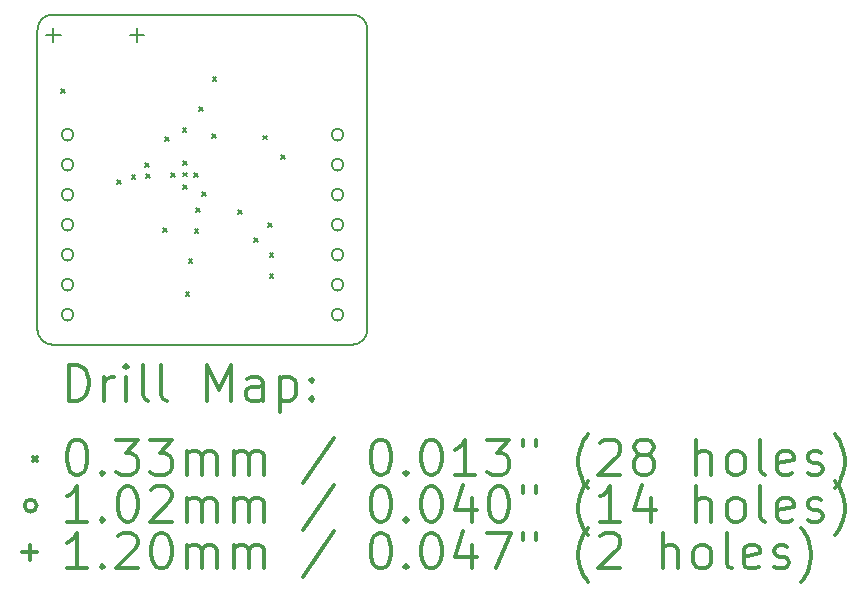
<source format=gbr>
G04 This is an RS-274x file exported by *
G04 gerbv version 2.6.0 *
G04 More information is available about gerbv at *
G04 http://gerbv.gpleda.org/ *
G04 --End of header info--*
%MOIN*%
%FSLAX34Y34*%
%IPPOS*%
G04 --Define apertures--*
%ADD10C,0.0050*%
%ADD11C,0.0060*%
%ADD12C,0.0079*%
%ADD13C,0.0118*%
%ADD14C,0.0138*%
G04 --Start main section--*
G54D11*
G01X0056000Y-029500D02*
G75*
G03X0055500Y-029000I-000500J0000000D01*
G01X0055500Y-040000D02*
G75*
G03X0056000Y-039500I0000000J0000500D01*
G01X0045000Y-039500D02*
G75*
G03X0045500Y-040000I0000500J0000000D01*
G01X0045500Y-029000D02*
G75*
G03X0045000Y-029500I0000000J-000500D01*
G01X0045500Y-029000D02*
G01X0055500Y-029000D01*
G01X0045000Y-039500D02*
G01X0045000Y-029500D01*
G01X0055525Y-040000D02*
G01X0045500Y-040000D01*
G01X0056000Y-029500D02*
G01X0056000Y-039525D01*
G54D12*
G01X0045795Y-031495D02*
G01X0045925Y-031625D01*
G01X0045925Y-031495D02*
G01X0045795Y-031625D01*
G01X0047660Y-034510D02*
G01X0047790Y-034640D01*
G01X0047790Y-034510D02*
G01X0047660Y-034640D01*
G01X0048135Y-034335D02*
G01X0048265Y-034465D01*
G01X0048265Y-034335D02*
G01X0048135Y-034465D01*
G01X0048574Y-033955D02*
G01X0048704Y-034085D01*
G01X0048704Y-033955D02*
G01X0048574Y-034085D01*
G01X0048621Y-034301D02*
G01X0048751Y-034431D01*
G01X0048751Y-034301D02*
G01X0048621Y-034431D01*
G01X0049180Y-036100D02*
G01X0049310Y-036230D01*
G01X0049310Y-036100D02*
G01X0049180Y-036230D01*
G01X0049255Y-033075D02*
G01X0049385Y-033205D01*
G01X0049385Y-033075D02*
G01X0049255Y-033205D01*
G01X0049444Y-034274D02*
G01X0049574Y-034404D01*
G01X0049574Y-034274D02*
G01X0049444Y-034404D01*
G01X0049835Y-032775D02*
G01X0049965Y-032905D01*
G01X0049965Y-032775D02*
G01X0049835Y-032905D01*
G01X0049843Y-033881D02*
G01X0049973Y-034011D01*
G01X0049973Y-033881D02*
G01X0049843Y-034011D01*
G01X0049848Y-034266D02*
G01X0049978Y-034396D01*
G01X0049978Y-034266D02*
G01X0049848Y-034396D01*
G01X0049850Y-034670D02*
G01X0049980Y-034800D01*
G01X0049980Y-034670D02*
G01X0049850Y-034800D01*
G01X0049935Y-038235D02*
G01X0050065Y-038365D01*
G01X0050065Y-038235D02*
G01X0049935Y-038365D01*
G01X0050035Y-037135D02*
G01X0050165Y-037265D01*
G01X0050165Y-037135D02*
G01X0050035Y-037265D01*
G01X0050233Y-034287D02*
G01X0050363Y-034417D01*
G01X0050363Y-034287D02*
G01X0050233Y-034417D01*
G01X0050235Y-036135D02*
G01X0050365Y-036265D01*
G01X0050365Y-036135D02*
G01X0050235Y-036265D01*
G01X0050300Y-035435D02*
G01X0050430Y-035565D01*
G01X0050430Y-035435D02*
G01X0050300Y-035565D01*
G01X0050375Y-032095D02*
G01X0050505Y-032225D01*
G01X0050505Y-032095D02*
G01X0050375Y-032225D01*
G01X0050495Y-034905D02*
G01X0050625Y-035035D01*
G01X0050625Y-034905D02*
G01X0050495Y-035035D01*
G01X0050813Y-032990D02*
G01X0050943Y-033120D01*
G01X0050943Y-032990D02*
G01X0050813Y-033120D01*
G01X0050835Y-031075D02*
G01X0050965Y-031205D01*
G01X0050965Y-031075D02*
G01X0050835Y-031205D01*
G01X0051695Y-035515D02*
G01X0051825Y-035645D01*
G01X0051825Y-035515D02*
G01X0051695Y-035645D01*
G01X0052226Y-036460D02*
G01X0052356Y-036590D01*
G01X0052356Y-036460D02*
G01X0052226Y-036590D01*
G01X0052508Y-033032D02*
G01X0052638Y-033162D01*
G01X0052638Y-033032D02*
G01X0052508Y-033162D01*
G01X0052685Y-035935D02*
G01X0052815Y-036065D01*
G01X0052815Y-035935D02*
G01X0052685Y-036065D01*
G01X0052735Y-036935D02*
G01X0052865Y-037065D01*
G01X0052865Y-036935D02*
G01X0052735Y-037065D01*
G01X0052735Y-037635D02*
G01X0052865Y-037765D01*
G01X0052865Y-037635D02*
G01X0052735Y-037765D01*
G01X0053115Y-033690D02*
G01X0053245Y-033820D01*
G01X0053245Y-033690D02*
G01X0053115Y-033820D01*
G01X0046200Y-033000D02*
G75*
G03X0046200Y-033000I-000200J0000000D01*
G01X0046200Y-034000D02*
G75*
G03X0046200Y-034000I-000200J0000000D01*
G01X0046200Y-035000D02*
G75*
G03X0046200Y-035000I-000200J0000000D01*
G01X0046200Y-036000D02*
G75*
G03X0046200Y-036000I-000200J0000000D01*
G01X0046200Y-037000D02*
G75*
G03X0046200Y-037000I-000200J0000000D01*
G01X0046200Y-038000D02*
G75*
G03X0046200Y-038000I-000200J0000000D01*
G01X0046200Y-039000D02*
G75*
G03X0046200Y-039000I-000200J0000000D01*
G01X0055200Y-033000D02*
G75*
G03X0055200Y-033000I-000200J0000000D01*
G01X0055200Y-034000D02*
G75*
G03X0055200Y-034000I-000200J0000000D01*
G01X0055200Y-035000D02*
G75*
G03X0055200Y-035000I-000200J0000000D01*
G01X0055200Y-036000D02*
G75*
G03X0055200Y-036000I-000200J0000000D01*
G01X0055200Y-037000D02*
G75*
G03X0055200Y-037000I-000200J0000000D01*
G01X0055200Y-038000D02*
G75*
G03X0055200Y-038000I-000200J0000000D01*
G01X0055200Y-039000D02*
G75*
G03X0055200Y-039000I-000200J0000000D01*
G01X0045532Y-029432D02*
G01X0045532Y-029904D01*
G01X0045296Y-029668D02*
G01X0045768Y-029668D01*
G01X0048327Y-029432D02*
G01X0048327Y-029904D01*
G01X0048091Y-029668D02*
G01X0048563Y-029668D01*
G54D13*
G01X0046039Y-041864D02*
G01X0046039Y-040682D01*
G01X0046039Y-040682D02*
G01X0046320Y-040682D01*
G01X0046320Y-040682D02*
G01X0046489Y-040739D01*
G01X0046489Y-040739D02*
G01X0046601Y-040851D01*
G01X0046601Y-040851D02*
G01X0046657Y-040964D01*
G01X0046657Y-040964D02*
G01X0046714Y-041189D01*
G01X0046714Y-041189D02*
G01X0046714Y-041357D01*
G01X0046714Y-041357D02*
G01X0046657Y-041582D01*
G01X0046657Y-041582D02*
G01X0046601Y-041695D01*
G01X0046601Y-041695D02*
G01X0046489Y-041807D01*
G01X0046489Y-041807D02*
G01X0046320Y-041864D01*
G01X0046320Y-041864D02*
G01X0046039Y-041864D01*
G01X0047220Y-041864D02*
G01X0047220Y-041076D01*
G01X0047220Y-041301D02*
G01X0047276Y-041189D01*
G01X0047276Y-041189D02*
G01X0047332Y-041132D01*
G01X0047332Y-041132D02*
G01X0047445Y-041076D01*
G01X0047445Y-041076D02*
G01X0047557Y-041076D01*
G01X0047951Y-041864D02*
G01X0047951Y-041076D01*
G01X0047951Y-040682D02*
G01X0047895Y-040739D01*
G01X0047895Y-040739D02*
G01X0047951Y-040795D01*
G01X0047951Y-040795D02*
G01X0048007Y-040739D01*
G01X0048007Y-040739D02*
G01X0047951Y-040682D01*
G01X0047951Y-040682D02*
G01X0047951Y-040795D01*
G01X0048682Y-041864D02*
G01X0048570Y-041807D01*
G01X0048570Y-041807D02*
G01X0048513Y-041695D01*
G01X0048513Y-041695D02*
G01X0048513Y-040682D01*
G01X0049301Y-041864D02*
G01X0049188Y-041807D01*
G01X0049188Y-041807D02*
G01X0049132Y-041695D01*
G01X0049132Y-041695D02*
G01X0049132Y-040682D01*
G01X0050651Y-041864D02*
G01X0050651Y-040682D01*
G01X0050651Y-040682D02*
G01X0051044Y-041526D01*
G01X0051044Y-041526D02*
G01X0051438Y-040682D01*
G01X0051438Y-040682D02*
G01X0051438Y-041864D01*
G01X0052507Y-041864D02*
G01X0052507Y-041245D01*
G01X0052507Y-041245D02*
G01X0052450Y-041132D01*
G01X0052450Y-041132D02*
G01X0052338Y-041076D01*
G01X0052338Y-041076D02*
G01X0052113Y-041076D01*
G01X0052113Y-041076D02*
G01X0052000Y-041132D01*
G01X0052507Y-041807D02*
G01X0052394Y-041864D01*
G01X0052394Y-041864D02*
G01X0052113Y-041864D01*
G01X0052113Y-041864D02*
G01X0052000Y-041807D01*
G01X0052000Y-041807D02*
G01X0051944Y-041695D01*
G01X0051944Y-041695D02*
G01X0051944Y-041582D01*
G01X0051944Y-041582D02*
G01X0052000Y-041470D01*
G01X0052000Y-041470D02*
G01X0052113Y-041414D01*
G01X0052113Y-041414D02*
G01X0052394Y-041414D01*
G01X0052394Y-041414D02*
G01X0052507Y-041357D01*
G01X0053069Y-041076D02*
G01X0053069Y-042257D01*
G01X0053069Y-041132D02*
G01X0053181Y-041076D01*
G01X0053181Y-041076D02*
G01X0053406Y-041076D01*
G01X0053406Y-041076D02*
G01X0053519Y-041132D01*
G01X0053519Y-041132D02*
G01X0053575Y-041189D01*
G01X0053575Y-041189D02*
G01X0053631Y-041301D01*
G01X0053631Y-041301D02*
G01X0053631Y-041639D01*
G01X0053631Y-041639D02*
G01X0053575Y-041751D01*
G01X0053575Y-041751D02*
G01X0053519Y-041807D01*
G01X0053519Y-041807D02*
G01X0053406Y-041864D01*
G01X0053406Y-041864D02*
G01X0053181Y-041864D01*
G01X0053181Y-041864D02*
G01X0053069Y-041807D01*
G01X0054138Y-041751D02*
G01X0054194Y-041807D01*
G01X0054194Y-041807D02*
G01X0054138Y-041864D01*
G01X0054138Y-041864D02*
G01X0054081Y-041807D01*
G01X0054081Y-041807D02*
G01X0054138Y-041751D01*
G01X0054138Y-041751D02*
G01X0054138Y-041864D01*
G01X0054138Y-041132D02*
G01X0054194Y-041189D01*
G01X0054194Y-041189D02*
G01X0054138Y-041245D01*
G01X0054138Y-041245D02*
G01X0054081Y-041189D01*
G01X0054081Y-041189D02*
G01X0054138Y-041132D01*
G01X0054138Y-041132D02*
G01X0054138Y-041245D01*
G01X0044840Y-043745D02*
G01X0044970Y-043875D01*
G01X0044970Y-043745D02*
G01X0044840Y-043875D01*
G01X0046264Y-043163D02*
G01X0046376Y-043163D01*
G01X0046376Y-043163D02*
G01X0046489Y-043219D01*
G01X0046489Y-043219D02*
G01X0046545Y-043275D01*
G01X0046545Y-043275D02*
G01X0046601Y-043388D01*
G01X0046601Y-043388D02*
G01X0046657Y-043613D01*
G01X0046657Y-043613D02*
G01X0046657Y-043894D01*
G01X0046657Y-043894D02*
G01X0046601Y-044119D01*
G01X0046601Y-044119D02*
G01X0046545Y-044231D01*
G01X0046545Y-044231D02*
G01X0046489Y-044288D01*
G01X0046489Y-044288D02*
G01X0046376Y-044344D01*
G01X0046376Y-044344D02*
G01X0046264Y-044344D01*
G01X0046264Y-044344D02*
G01X0046151Y-044288D01*
G01X0046151Y-044288D02*
G01X0046095Y-044231D01*
G01X0046095Y-044231D02*
G01X0046039Y-044119D01*
G01X0046039Y-044119D02*
G01X0045982Y-043894D01*
G01X0045982Y-043894D02*
G01X0045982Y-043613D01*
G01X0045982Y-043613D02*
G01X0046039Y-043388D01*
G01X0046039Y-043388D02*
G01X0046095Y-043275D01*
G01X0046095Y-043275D02*
G01X0046151Y-043219D01*
G01X0046151Y-043219D02*
G01X0046264Y-043163D01*
G01X0047163Y-044231D02*
G01X0047220Y-044288D01*
G01X0047220Y-044288D02*
G01X0047163Y-044344D01*
G01X0047163Y-044344D02*
G01X0047107Y-044288D01*
G01X0047107Y-044288D02*
G01X0047163Y-044231D01*
G01X0047163Y-044231D02*
G01X0047163Y-044344D01*
G01X0047613Y-043163D02*
G01X0048345Y-043163D01*
G01X0048345Y-043163D02*
G01X0047951Y-043613D01*
G01X0047951Y-043613D02*
G01X0048120Y-043613D01*
G01X0048120Y-043613D02*
G01X0048232Y-043669D01*
G01X0048232Y-043669D02*
G01X0048288Y-043725D01*
G01X0048288Y-043725D02*
G01X0048345Y-043838D01*
G01X0048345Y-043838D02*
G01X0048345Y-044119D01*
G01X0048345Y-044119D02*
G01X0048288Y-044231D01*
G01X0048288Y-044231D02*
G01X0048232Y-044288D01*
G01X0048232Y-044288D02*
G01X0048120Y-044344D01*
G01X0048120Y-044344D02*
G01X0047782Y-044344D01*
G01X0047782Y-044344D02*
G01X0047670Y-044288D01*
G01X0047670Y-044288D02*
G01X0047613Y-044231D01*
G01X0048738Y-043163D02*
G01X0049469Y-043163D01*
G01X0049469Y-043163D02*
G01X0049076Y-043613D01*
G01X0049076Y-043613D02*
G01X0049244Y-043613D01*
G01X0049244Y-043613D02*
G01X0049357Y-043669D01*
G01X0049357Y-043669D02*
G01X0049413Y-043725D01*
G01X0049413Y-043725D02*
G01X0049469Y-043838D01*
G01X0049469Y-043838D02*
G01X0049469Y-044119D01*
G01X0049469Y-044119D02*
G01X0049413Y-044231D01*
G01X0049413Y-044231D02*
G01X0049357Y-044288D01*
G01X0049357Y-044288D02*
G01X0049244Y-044344D01*
G01X0049244Y-044344D02*
G01X0048907Y-044344D01*
G01X0048907Y-044344D02*
G01X0048795Y-044288D01*
G01X0048795Y-044288D02*
G01X0048738Y-044231D01*
G01X0049976Y-044344D02*
G01X0049976Y-043556D01*
G01X0049976Y-043669D02*
G01X0050032Y-043613D01*
G01X0050032Y-043613D02*
G01X0050144Y-043556D01*
G01X0050144Y-043556D02*
G01X0050313Y-043556D01*
G01X0050313Y-043556D02*
G01X0050426Y-043613D01*
G01X0050426Y-043613D02*
G01X0050482Y-043725D01*
G01X0050482Y-043725D02*
G01X0050482Y-044344D01*
G01X0050482Y-043725D02*
G01X0050538Y-043613D01*
G01X0050538Y-043613D02*
G01X0050651Y-043556D01*
G01X0050651Y-043556D02*
G01X0050819Y-043556D01*
G01X0050819Y-043556D02*
G01X0050932Y-043613D01*
G01X0050932Y-043613D02*
G01X0050988Y-043725D01*
G01X0050988Y-043725D02*
G01X0050988Y-044344D01*
G01X0051550Y-044344D02*
G01X0051550Y-043556D01*
G01X0051550Y-043669D02*
G01X0051607Y-043613D01*
G01X0051607Y-043613D02*
G01X0051719Y-043556D01*
G01X0051719Y-043556D02*
G01X0051888Y-043556D01*
G01X0051888Y-043556D02*
G01X0052000Y-043613D01*
G01X0052000Y-043613D02*
G01X0052057Y-043725D01*
G01X0052057Y-043725D02*
G01X0052057Y-044344D01*
G01X0052057Y-043725D02*
G01X0052113Y-043613D01*
G01X0052113Y-043613D02*
G01X0052225Y-043556D01*
G01X0052225Y-043556D02*
G01X0052394Y-043556D01*
G01X0052394Y-043556D02*
G01X0052507Y-043613D01*
G01X0052507Y-043613D02*
G01X0052563Y-043725D01*
G01X0052563Y-043725D02*
G01X0052563Y-044344D01*
G01X0054869Y-043106D02*
G01X0053856Y-044625D01*
G01X0056387Y-043163D02*
G01X0056500Y-043163D01*
G01X0056500Y-043163D02*
G01X0056612Y-043219D01*
G01X0056612Y-043219D02*
G01X0056669Y-043275D01*
G01X0056669Y-043275D02*
G01X0056725Y-043388D01*
G01X0056725Y-043388D02*
G01X0056781Y-043613D01*
G01X0056781Y-043613D02*
G01X0056781Y-043894D01*
G01X0056781Y-043894D02*
G01X0056725Y-044119D01*
G01X0056725Y-044119D02*
G01X0056669Y-044231D01*
G01X0056669Y-044231D02*
G01X0056612Y-044288D01*
G01X0056612Y-044288D02*
G01X0056500Y-044344D01*
G01X0056500Y-044344D02*
G01X0056387Y-044344D01*
G01X0056387Y-044344D02*
G01X0056275Y-044288D01*
G01X0056275Y-044288D02*
G01X0056219Y-044231D01*
G01X0056219Y-044231D02*
G01X0056162Y-044119D01*
G01X0056162Y-044119D02*
G01X0056106Y-043894D01*
G01X0056106Y-043894D02*
G01X0056106Y-043613D01*
G01X0056106Y-043613D02*
G01X0056162Y-043388D01*
G01X0056162Y-043388D02*
G01X0056219Y-043275D01*
G01X0056219Y-043275D02*
G01X0056275Y-043219D01*
G01X0056275Y-043219D02*
G01X0056387Y-043163D01*
G01X0057287Y-044231D02*
G01X0057343Y-044288D01*
G01X0057343Y-044288D02*
G01X0057287Y-044344D01*
G01X0057287Y-044344D02*
G01X0057231Y-044288D01*
G01X0057231Y-044288D02*
G01X0057287Y-044231D01*
G01X0057287Y-044231D02*
G01X0057287Y-044344D01*
G01X0058075Y-043163D02*
G01X0058187Y-043163D01*
G01X0058187Y-043163D02*
G01X0058300Y-043219D01*
G01X0058300Y-043219D02*
G01X0058356Y-043275D01*
G01X0058356Y-043275D02*
G01X0058412Y-043388D01*
G01X0058412Y-043388D02*
G01X0058468Y-043613D01*
G01X0058468Y-043613D02*
G01X0058468Y-043894D01*
G01X0058468Y-043894D02*
G01X0058412Y-044119D01*
G01X0058412Y-044119D02*
G01X0058356Y-044231D01*
G01X0058356Y-044231D02*
G01X0058300Y-044288D01*
G01X0058300Y-044288D02*
G01X0058187Y-044344D01*
G01X0058187Y-044344D02*
G01X0058075Y-044344D01*
G01X0058075Y-044344D02*
G01X0057962Y-044288D01*
G01X0057962Y-044288D02*
G01X0057906Y-044231D01*
G01X0057906Y-044231D02*
G01X0057850Y-044119D01*
G01X0057850Y-044119D02*
G01X0057793Y-043894D01*
G01X0057793Y-043894D02*
G01X0057793Y-043613D01*
G01X0057793Y-043613D02*
G01X0057850Y-043388D01*
G01X0057850Y-043388D02*
G01X0057906Y-043275D01*
G01X0057906Y-043275D02*
G01X0057962Y-043219D01*
G01X0057962Y-043219D02*
G01X0058075Y-043163D01*
G01X0059593Y-044344D02*
G01X0058918Y-044344D01*
G01X0059256Y-044344D02*
G01X0059256Y-043163D01*
G01X0059256Y-043163D02*
G01X0059143Y-043331D01*
G01X0059143Y-043331D02*
G01X0059031Y-043444D01*
G01X0059031Y-043444D02*
G01X0058918Y-043500D01*
G01X0059987Y-043163D02*
G01X0060718Y-043163D01*
G01X0060718Y-043163D02*
G01X0060324Y-043613D01*
G01X0060324Y-043613D02*
G01X0060493Y-043613D01*
G01X0060493Y-043613D02*
G01X0060606Y-043669D01*
G01X0060606Y-043669D02*
G01X0060662Y-043725D01*
G01X0060662Y-043725D02*
G01X0060718Y-043838D01*
G01X0060718Y-043838D02*
G01X0060718Y-044119D01*
G01X0060718Y-044119D02*
G01X0060662Y-044231D01*
G01X0060662Y-044231D02*
G01X0060606Y-044288D01*
G01X0060606Y-044288D02*
G01X0060493Y-044344D01*
G01X0060493Y-044344D02*
G01X0060156Y-044344D01*
G01X0060156Y-044344D02*
G01X0060043Y-044288D01*
G01X0060043Y-044288D02*
G01X0059987Y-044231D01*
G01X0061168Y-043163D02*
G01X0061168Y-043388D01*
G01X0061618Y-043163D02*
G01X0061618Y-043388D01*
G01X0063361Y-044794D02*
G01X0063305Y-044738D01*
G01X0063305Y-044738D02*
G01X0063193Y-044569D01*
G01X0063193Y-044569D02*
G01X0063136Y-044456D01*
G01X0063136Y-044456D02*
G01X0063080Y-044288D01*
G01X0063080Y-044288D02*
G01X0063024Y-044006D01*
G01X0063024Y-044006D02*
G01X0063024Y-043781D01*
G01X0063024Y-043781D02*
G01X0063080Y-043500D01*
G01X0063080Y-043500D02*
G01X0063136Y-043331D01*
G01X0063136Y-043331D02*
G01X0063193Y-043219D01*
G01X0063193Y-043219D02*
G01X0063305Y-043050D01*
G01X0063305Y-043050D02*
G01X0063361Y-042994D01*
G01X0063755Y-043275D02*
G01X0063811Y-043219D01*
G01X0063811Y-043219D02*
G01X0063924Y-043163D01*
G01X0063924Y-043163D02*
G01X0064205Y-043163D01*
G01X0064205Y-043163D02*
G01X0064318Y-043219D01*
G01X0064318Y-043219D02*
G01X0064374Y-043275D01*
G01X0064374Y-043275D02*
G01X0064430Y-043388D01*
G01X0064430Y-043388D02*
G01X0064430Y-043500D01*
G01X0064430Y-043500D02*
G01X0064374Y-043669D01*
G01X0064374Y-043669D02*
G01X0063699Y-044344D01*
G01X0063699Y-044344D02*
G01X0064430Y-044344D01*
G01X0065105Y-043669D02*
G01X0064992Y-043613D01*
G01X0064992Y-043613D02*
G01X0064936Y-043556D01*
G01X0064936Y-043556D02*
G01X0064880Y-043444D01*
G01X0064880Y-043444D02*
G01X0064880Y-043388D01*
G01X0064880Y-043388D02*
G01X0064936Y-043275D01*
G01X0064936Y-043275D02*
G01X0064992Y-043219D01*
G01X0064992Y-043219D02*
G01X0065105Y-043163D01*
G01X0065105Y-043163D02*
G01X0065330Y-043163D01*
G01X0065330Y-043163D02*
G01X0065442Y-043219D01*
G01X0065442Y-043219D02*
G01X0065499Y-043275D01*
G01X0065499Y-043275D02*
G01X0065555Y-043388D01*
G01X0065555Y-043388D02*
G01X0065555Y-043444D01*
G01X0065555Y-043444D02*
G01X0065499Y-043556D01*
G01X0065499Y-043556D02*
G01X0065442Y-043613D01*
G01X0065442Y-043613D02*
G01X0065330Y-043669D01*
G01X0065330Y-043669D02*
G01X0065105Y-043669D01*
G01X0065105Y-043669D02*
G01X0064992Y-043725D01*
G01X0064992Y-043725D02*
G01X0064936Y-043781D01*
G01X0064936Y-043781D02*
G01X0064880Y-043894D01*
G01X0064880Y-043894D02*
G01X0064880Y-044119D01*
G01X0064880Y-044119D02*
G01X0064936Y-044231D01*
G01X0064936Y-044231D02*
G01X0064992Y-044288D01*
G01X0064992Y-044288D02*
G01X0065105Y-044344D01*
G01X0065105Y-044344D02*
G01X0065330Y-044344D01*
G01X0065330Y-044344D02*
G01X0065442Y-044288D01*
G01X0065442Y-044288D02*
G01X0065499Y-044231D01*
G01X0065499Y-044231D02*
G01X0065555Y-044119D01*
G01X0065555Y-044119D02*
G01X0065555Y-043894D01*
G01X0065555Y-043894D02*
G01X0065499Y-043781D01*
G01X0065499Y-043781D02*
G01X0065442Y-043725D01*
G01X0065442Y-043725D02*
G01X0065330Y-043669D01*
G01X0066961Y-044344D02*
G01X0066961Y-043163D01*
G01X0067467Y-044344D02*
G01X0067467Y-043725D01*
G01X0067467Y-043725D02*
G01X0067411Y-043613D01*
G01X0067411Y-043613D02*
G01X0067298Y-043556D01*
G01X0067298Y-043556D02*
G01X0067130Y-043556D01*
G01X0067130Y-043556D02*
G01X0067017Y-043613D01*
G01X0067017Y-043613D02*
G01X0066961Y-043669D01*
G01X0068198Y-044344D02*
G01X0068086Y-044288D01*
G01X0068086Y-044288D02*
G01X0068030Y-044231D01*
G01X0068030Y-044231D02*
G01X0067973Y-044119D01*
G01X0067973Y-044119D02*
G01X0067973Y-043781D01*
G01X0067973Y-043781D02*
G01X0068030Y-043669D01*
G01X0068030Y-043669D02*
G01X0068086Y-043613D01*
G01X0068086Y-043613D02*
G01X0068198Y-043556D01*
G01X0068198Y-043556D02*
G01X0068367Y-043556D01*
G01X0068367Y-043556D02*
G01X0068480Y-043613D01*
G01X0068480Y-043613D02*
G01X0068536Y-043669D01*
G01X0068536Y-043669D02*
G01X0068592Y-043781D01*
G01X0068592Y-043781D02*
G01X0068592Y-044119D01*
G01X0068592Y-044119D02*
G01X0068536Y-044231D01*
G01X0068536Y-044231D02*
G01X0068480Y-044288D01*
G01X0068480Y-044288D02*
G01X0068367Y-044344D01*
G01X0068367Y-044344D02*
G01X0068198Y-044344D01*
G01X0069267Y-044344D02*
G01X0069154Y-044288D01*
G01X0069154Y-044288D02*
G01X0069098Y-044175D01*
G01X0069098Y-044175D02*
G01X0069098Y-043163D01*
G01X0070167Y-044288D02*
G01X0070054Y-044344D01*
G01X0070054Y-044344D02*
G01X0069829Y-044344D01*
G01X0069829Y-044344D02*
G01X0069717Y-044288D01*
G01X0069717Y-044288D02*
G01X0069661Y-044175D01*
G01X0069661Y-044175D02*
G01X0069661Y-043725D01*
G01X0069661Y-043725D02*
G01X0069717Y-043613D01*
G01X0069717Y-043613D02*
G01X0069829Y-043556D01*
G01X0069829Y-043556D02*
G01X0070054Y-043556D01*
G01X0070054Y-043556D02*
G01X0070167Y-043613D01*
G01X0070167Y-043613D02*
G01X0070223Y-043725D01*
G01X0070223Y-043725D02*
G01X0070223Y-043838D01*
G01X0070223Y-043838D02*
G01X0069661Y-043950D01*
G01X0070673Y-044288D02*
G01X0070786Y-044344D01*
G01X0070786Y-044344D02*
G01X0071010Y-044344D01*
G01X0071010Y-044344D02*
G01X0071123Y-044288D01*
G01X0071123Y-044288D02*
G01X0071179Y-044175D01*
G01X0071179Y-044175D02*
G01X0071179Y-044119D01*
G01X0071179Y-044119D02*
G01X0071123Y-044006D01*
G01X0071123Y-044006D02*
G01X0071010Y-043950D01*
G01X0071010Y-043950D02*
G01X0070842Y-043950D01*
G01X0070842Y-043950D02*
G01X0070729Y-043894D01*
G01X0070729Y-043894D02*
G01X0070673Y-043781D01*
G01X0070673Y-043781D02*
G01X0070673Y-043725D01*
G01X0070673Y-043725D02*
G01X0070729Y-043613D01*
G01X0070729Y-043613D02*
G01X0070842Y-043556D01*
G01X0070842Y-043556D02*
G01X0071010Y-043556D01*
G01X0071010Y-043556D02*
G01X0071123Y-043613D01*
G01X0071573Y-044794D02*
G01X0071629Y-044738D01*
G01X0071629Y-044738D02*
G01X0071742Y-044569D01*
G01X0071742Y-044569D02*
G01X0071798Y-044456D01*
G01X0071798Y-044456D02*
G01X0071854Y-044288D01*
G01X0071854Y-044288D02*
G01X0071910Y-044006D01*
G01X0071910Y-044006D02*
G01X0071910Y-043781D01*
G01X0071910Y-043781D02*
G01X0071854Y-043500D01*
G01X0071854Y-043500D02*
G01X0071798Y-043331D01*
G01X0071798Y-043331D02*
G01X0071742Y-043219D01*
G01X0071742Y-043219D02*
G01X0071629Y-043050D01*
G01X0071629Y-043050D02*
G01X0071573Y-042994D01*
G01X0044970Y-045369D02*
G75*
G03X0044970Y-045369I-000200J0000000D01*
G01X0046657Y-045903D02*
G01X0045982Y-045903D01*
G01X0046320Y-045903D02*
G01X0046320Y-044722D01*
G01X0046320Y-044722D02*
G01X0046207Y-044891D01*
G01X0046207Y-044891D02*
G01X0046095Y-045003D01*
G01X0046095Y-045003D02*
G01X0045982Y-045059D01*
G01X0047163Y-045790D02*
G01X0047220Y-045847D01*
G01X0047220Y-045847D02*
G01X0047163Y-045903D01*
G01X0047163Y-045903D02*
G01X0047107Y-045847D01*
G01X0047107Y-045847D02*
G01X0047163Y-045790D01*
G01X0047163Y-045790D02*
G01X0047163Y-045903D01*
G01X0047951Y-044722D02*
G01X0048063Y-044722D01*
G01X0048063Y-044722D02*
G01X0048176Y-044778D01*
G01X0048176Y-044778D02*
G01X0048232Y-044834D01*
G01X0048232Y-044834D02*
G01X0048288Y-044947D01*
G01X0048288Y-044947D02*
G01X0048345Y-045172D01*
G01X0048345Y-045172D02*
G01X0048345Y-045453D01*
G01X0048345Y-045453D02*
G01X0048288Y-045678D01*
G01X0048288Y-045678D02*
G01X0048232Y-045790D01*
G01X0048232Y-045790D02*
G01X0048176Y-045847D01*
G01X0048176Y-045847D02*
G01X0048063Y-045903D01*
G01X0048063Y-045903D02*
G01X0047951Y-045903D01*
G01X0047951Y-045903D02*
G01X0047838Y-045847D01*
G01X0047838Y-045847D02*
G01X0047782Y-045790D01*
G01X0047782Y-045790D02*
G01X0047726Y-045678D01*
G01X0047726Y-045678D02*
G01X0047670Y-045453D01*
G01X0047670Y-045453D02*
G01X0047670Y-045172D01*
G01X0047670Y-045172D02*
G01X0047726Y-044947D01*
G01X0047726Y-044947D02*
G01X0047782Y-044834D01*
G01X0047782Y-044834D02*
G01X0047838Y-044778D01*
G01X0047838Y-044778D02*
G01X0047951Y-044722D01*
G01X0048795Y-044834D02*
G01X0048851Y-044778D01*
G01X0048851Y-044778D02*
G01X0048963Y-044722D01*
G01X0048963Y-044722D02*
G01X0049244Y-044722D01*
G01X0049244Y-044722D02*
G01X0049357Y-044778D01*
G01X0049357Y-044778D02*
G01X0049413Y-044834D01*
G01X0049413Y-044834D02*
G01X0049469Y-044947D01*
G01X0049469Y-044947D02*
G01X0049469Y-045059D01*
G01X0049469Y-045059D02*
G01X0049413Y-045228D01*
G01X0049413Y-045228D02*
G01X0048738Y-045903D01*
G01X0048738Y-045903D02*
G01X0049469Y-045903D01*
G01X0049976Y-045903D02*
G01X0049976Y-045115D01*
G01X0049976Y-045228D02*
G01X0050032Y-045172D01*
G01X0050032Y-045172D02*
G01X0050144Y-045115D01*
G01X0050144Y-045115D02*
G01X0050313Y-045115D01*
G01X0050313Y-045115D02*
G01X0050426Y-045172D01*
G01X0050426Y-045172D02*
G01X0050482Y-045284D01*
G01X0050482Y-045284D02*
G01X0050482Y-045903D01*
G01X0050482Y-045284D02*
G01X0050538Y-045172D01*
G01X0050538Y-045172D02*
G01X0050651Y-045115D01*
G01X0050651Y-045115D02*
G01X0050819Y-045115D01*
G01X0050819Y-045115D02*
G01X0050932Y-045172D01*
G01X0050932Y-045172D02*
G01X0050988Y-045284D01*
G01X0050988Y-045284D02*
G01X0050988Y-045903D01*
G01X0051550Y-045903D02*
G01X0051550Y-045115D01*
G01X0051550Y-045228D02*
G01X0051607Y-045172D01*
G01X0051607Y-045172D02*
G01X0051719Y-045115D01*
G01X0051719Y-045115D02*
G01X0051888Y-045115D01*
G01X0051888Y-045115D02*
G01X0052000Y-045172D01*
G01X0052000Y-045172D02*
G01X0052057Y-045284D01*
G01X0052057Y-045284D02*
G01X0052057Y-045903D01*
G01X0052057Y-045284D02*
G01X0052113Y-045172D01*
G01X0052113Y-045172D02*
G01X0052225Y-045115D01*
G01X0052225Y-045115D02*
G01X0052394Y-045115D01*
G01X0052394Y-045115D02*
G01X0052507Y-045172D01*
G01X0052507Y-045172D02*
G01X0052563Y-045284D01*
G01X0052563Y-045284D02*
G01X0052563Y-045903D01*
G01X0054869Y-044666D02*
G01X0053856Y-046184D01*
G01X0056387Y-044722D02*
G01X0056500Y-044722D01*
G01X0056500Y-044722D02*
G01X0056612Y-044778D01*
G01X0056612Y-044778D02*
G01X0056669Y-044834D01*
G01X0056669Y-044834D02*
G01X0056725Y-044947D01*
G01X0056725Y-044947D02*
G01X0056781Y-045172D01*
G01X0056781Y-045172D02*
G01X0056781Y-045453D01*
G01X0056781Y-045453D02*
G01X0056725Y-045678D01*
G01X0056725Y-045678D02*
G01X0056669Y-045790D01*
G01X0056669Y-045790D02*
G01X0056612Y-045847D01*
G01X0056612Y-045847D02*
G01X0056500Y-045903D01*
G01X0056500Y-045903D02*
G01X0056387Y-045903D01*
G01X0056387Y-045903D02*
G01X0056275Y-045847D01*
G01X0056275Y-045847D02*
G01X0056219Y-045790D01*
G01X0056219Y-045790D02*
G01X0056162Y-045678D01*
G01X0056162Y-045678D02*
G01X0056106Y-045453D01*
G01X0056106Y-045453D02*
G01X0056106Y-045172D01*
G01X0056106Y-045172D02*
G01X0056162Y-044947D01*
G01X0056162Y-044947D02*
G01X0056219Y-044834D01*
G01X0056219Y-044834D02*
G01X0056275Y-044778D01*
G01X0056275Y-044778D02*
G01X0056387Y-044722D01*
G01X0057287Y-045790D02*
G01X0057343Y-045847D01*
G01X0057343Y-045847D02*
G01X0057287Y-045903D01*
G01X0057287Y-045903D02*
G01X0057231Y-045847D01*
G01X0057231Y-045847D02*
G01X0057287Y-045790D01*
G01X0057287Y-045790D02*
G01X0057287Y-045903D01*
G01X0058075Y-044722D02*
G01X0058187Y-044722D01*
G01X0058187Y-044722D02*
G01X0058300Y-044778D01*
G01X0058300Y-044778D02*
G01X0058356Y-044834D01*
G01X0058356Y-044834D02*
G01X0058412Y-044947D01*
G01X0058412Y-044947D02*
G01X0058468Y-045172D01*
G01X0058468Y-045172D02*
G01X0058468Y-045453D01*
G01X0058468Y-045453D02*
G01X0058412Y-045678D01*
G01X0058412Y-045678D02*
G01X0058356Y-045790D01*
G01X0058356Y-045790D02*
G01X0058300Y-045847D01*
G01X0058300Y-045847D02*
G01X0058187Y-045903D01*
G01X0058187Y-045903D02*
G01X0058075Y-045903D01*
G01X0058075Y-045903D02*
G01X0057962Y-045847D01*
G01X0057962Y-045847D02*
G01X0057906Y-045790D01*
G01X0057906Y-045790D02*
G01X0057850Y-045678D01*
G01X0057850Y-045678D02*
G01X0057793Y-045453D01*
G01X0057793Y-045453D02*
G01X0057793Y-045172D01*
G01X0057793Y-045172D02*
G01X0057850Y-044947D01*
G01X0057850Y-044947D02*
G01X0057906Y-044834D01*
G01X0057906Y-044834D02*
G01X0057962Y-044778D01*
G01X0057962Y-044778D02*
G01X0058075Y-044722D01*
G01X0059481Y-045115D02*
G01X0059481Y-045903D01*
G01X0059199Y-044666D02*
G01X0058918Y-045509D01*
G01X0058918Y-045509D02*
G01X0059649Y-045509D01*
G01X0060324Y-044722D02*
G01X0060437Y-044722D01*
G01X0060437Y-044722D02*
G01X0060549Y-044778D01*
G01X0060549Y-044778D02*
G01X0060606Y-044834D01*
G01X0060606Y-044834D02*
G01X0060662Y-044947D01*
G01X0060662Y-044947D02*
G01X0060718Y-045172D01*
G01X0060718Y-045172D02*
G01X0060718Y-045453D01*
G01X0060718Y-045453D02*
G01X0060662Y-045678D01*
G01X0060662Y-045678D02*
G01X0060606Y-045790D01*
G01X0060606Y-045790D02*
G01X0060549Y-045847D01*
G01X0060549Y-045847D02*
G01X0060437Y-045903D01*
G01X0060437Y-045903D02*
G01X0060324Y-045903D01*
G01X0060324Y-045903D02*
G01X0060212Y-045847D01*
G01X0060212Y-045847D02*
G01X0060156Y-045790D01*
G01X0060156Y-045790D02*
G01X0060099Y-045678D01*
G01X0060099Y-045678D02*
G01X0060043Y-045453D01*
G01X0060043Y-045453D02*
G01X0060043Y-045172D01*
G01X0060043Y-045172D02*
G01X0060099Y-044947D01*
G01X0060099Y-044947D02*
G01X0060156Y-044834D01*
G01X0060156Y-044834D02*
G01X0060212Y-044778D01*
G01X0060212Y-044778D02*
G01X0060324Y-044722D01*
G01X0061168Y-044722D02*
G01X0061168Y-044947D01*
G01X0061618Y-044722D02*
G01X0061618Y-044947D01*
G01X0063361Y-046353D02*
G01X0063305Y-046297D01*
G01X0063305Y-046297D02*
G01X0063193Y-046128D01*
G01X0063193Y-046128D02*
G01X0063136Y-046015D01*
G01X0063136Y-046015D02*
G01X0063080Y-045847D01*
G01X0063080Y-045847D02*
G01X0063024Y-045565D01*
G01X0063024Y-045565D02*
G01X0063024Y-045340D01*
G01X0063024Y-045340D02*
G01X0063080Y-045059D01*
G01X0063080Y-045059D02*
G01X0063136Y-044891D01*
G01X0063136Y-044891D02*
G01X0063193Y-044778D01*
G01X0063193Y-044778D02*
G01X0063305Y-044609D01*
G01X0063305Y-044609D02*
G01X0063361Y-044553D01*
G01X0064430Y-045903D02*
G01X0063755Y-045903D01*
G01X0064093Y-045903D02*
G01X0064093Y-044722D01*
G01X0064093Y-044722D02*
G01X0063980Y-044891D01*
G01X0063980Y-044891D02*
G01X0063868Y-045003D01*
G01X0063868Y-045003D02*
G01X0063755Y-045059D01*
G01X0065442Y-045115D02*
G01X0065442Y-045903D01*
G01X0065161Y-044666D02*
G01X0064880Y-045509D01*
G01X0064880Y-045509D02*
G01X0065611Y-045509D01*
G01X0066961Y-045903D02*
G01X0066961Y-044722D01*
G01X0067467Y-045903D02*
G01X0067467Y-045284D01*
G01X0067467Y-045284D02*
G01X0067411Y-045172D01*
G01X0067411Y-045172D02*
G01X0067298Y-045115D01*
G01X0067298Y-045115D02*
G01X0067130Y-045115D01*
G01X0067130Y-045115D02*
G01X0067017Y-045172D01*
G01X0067017Y-045172D02*
G01X0066961Y-045228D01*
G01X0068198Y-045903D02*
G01X0068086Y-045847D01*
G01X0068086Y-045847D02*
G01X0068030Y-045790D01*
G01X0068030Y-045790D02*
G01X0067973Y-045678D01*
G01X0067973Y-045678D02*
G01X0067973Y-045340D01*
G01X0067973Y-045340D02*
G01X0068030Y-045228D01*
G01X0068030Y-045228D02*
G01X0068086Y-045172D01*
G01X0068086Y-045172D02*
G01X0068198Y-045115D01*
G01X0068198Y-045115D02*
G01X0068367Y-045115D01*
G01X0068367Y-045115D02*
G01X0068480Y-045172D01*
G01X0068480Y-045172D02*
G01X0068536Y-045228D01*
G01X0068536Y-045228D02*
G01X0068592Y-045340D01*
G01X0068592Y-045340D02*
G01X0068592Y-045678D01*
G01X0068592Y-045678D02*
G01X0068536Y-045790D01*
G01X0068536Y-045790D02*
G01X0068480Y-045847D01*
G01X0068480Y-045847D02*
G01X0068367Y-045903D01*
G01X0068367Y-045903D02*
G01X0068198Y-045903D01*
G01X0069267Y-045903D02*
G01X0069154Y-045847D01*
G01X0069154Y-045847D02*
G01X0069098Y-045734D01*
G01X0069098Y-045734D02*
G01X0069098Y-044722D01*
G01X0070167Y-045847D02*
G01X0070054Y-045903D01*
G01X0070054Y-045903D02*
G01X0069829Y-045903D01*
G01X0069829Y-045903D02*
G01X0069717Y-045847D01*
G01X0069717Y-045847D02*
G01X0069661Y-045734D01*
G01X0069661Y-045734D02*
G01X0069661Y-045284D01*
G01X0069661Y-045284D02*
G01X0069717Y-045172D01*
G01X0069717Y-045172D02*
G01X0069829Y-045115D01*
G01X0069829Y-045115D02*
G01X0070054Y-045115D01*
G01X0070054Y-045115D02*
G01X0070167Y-045172D01*
G01X0070167Y-045172D02*
G01X0070223Y-045284D01*
G01X0070223Y-045284D02*
G01X0070223Y-045397D01*
G01X0070223Y-045397D02*
G01X0069661Y-045509D01*
G01X0070673Y-045847D02*
G01X0070786Y-045903D01*
G01X0070786Y-045903D02*
G01X0071010Y-045903D01*
G01X0071010Y-045903D02*
G01X0071123Y-045847D01*
G01X0071123Y-045847D02*
G01X0071179Y-045734D01*
G01X0071179Y-045734D02*
G01X0071179Y-045678D01*
G01X0071179Y-045678D02*
G01X0071123Y-045565D01*
G01X0071123Y-045565D02*
G01X0071010Y-045509D01*
G01X0071010Y-045509D02*
G01X0070842Y-045509D01*
G01X0070842Y-045509D02*
G01X0070729Y-045453D01*
G01X0070729Y-045453D02*
G01X0070673Y-045340D01*
G01X0070673Y-045340D02*
G01X0070673Y-045284D01*
G01X0070673Y-045284D02*
G01X0070729Y-045172D01*
G01X0070729Y-045172D02*
G01X0070842Y-045115D01*
G01X0070842Y-045115D02*
G01X0071010Y-045115D01*
G01X0071010Y-045115D02*
G01X0071123Y-045172D01*
G01X0071573Y-046353D02*
G01X0071629Y-046297D01*
G01X0071629Y-046297D02*
G01X0071742Y-046128D01*
G01X0071742Y-046128D02*
G01X0071798Y-046015D01*
G01X0071798Y-046015D02*
G01X0071854Y-045847D01*
G01X0071854Y-045847D02*
G01X0071910Y-045565D01*
G01X0071910Y-045565D02*
G01X0071910Y-045340D01*
G01X0071910Y-045340D02*
G01X0071854Y-045059D01*
G01X0071854Y-045059D02*
G01X0071798Y-044891D01*
G01X0071798Y-044891D02*
G01X0071742Y-044778D01*
G01X0071742Y-044778D02*
G01X0071629Y-044609D01*
G01X0071629Y-044609D02*
G01X0071573Y-044553D01*
G01X0044734Y-046691D02*
G01X0044734Y-047164D01*
G01X0044498Y-046928D02*
G01X0044970Y-046928D01*
G01X0046657Y-047462D02*
G01X0045982Y-047462D01*
G01X0046320Y-047462D02*
G01X0046320Y-046281D01*
G01X0046320Y-046281D02*
G01X0046207Y-046450D01*
G01X0046207Y-046450D02*
G01X0046095Y-046562D01*
G01X0046095Y-046562D02*
G01X0045982Y-046618D01*
G01X0047163Y-047349D02*
G01X0047220Y-047406D01*
G01X0047220Y-047406D02*
G01X0047163Y-047462D01*
G01X0047163Y-047462D02*
G01X0047107Y-047406D01*
G01X0047107Y-047406D02*
G01X0047163Y-047349D01*
G01X0047163Y-047349D02*
G01X0047163Y-047462D01*
G01X0047670Y-046393D02*
G01X0047726Y-046337D01*
G01X0047726Y-046337D02*
G01X0047838Y-046281D01*
G01X0047838Y-046281D02*
G01X0048120Y-046281D01*
G01X0048120Y-046281D02*
G01X0048232Y-046337D01*
G01X0048232Y-046337D02*
G01X0048288Y-046393D01*
G01X0048288Y-046393D02*
G01X0048345Y-046506D01*
G01X0048345Y-046506D02*
G01X0048345Y-046618D01*
G01X0048345Y-046618D02*
G01X0048288Y-046787D01*
G01X0048288Y-046787D02*
G01X0047613Y-047462D01*
G01X0047613Y-047462D02*
G01X0048345Y-047462D01*
G01X0049076Y-046281D02*
G01X0049188Y-046281D01*
G01X0049188Y-046281D02*
G01X0049301Y-046337D01*
G01X0049301Y-046337D02*
G01X0049357Y-046393D01*
G01X0049357Y-046393D02*
G01X0049413Y-046506D01*
G01X0049413Y-046506D02*
G01X0049469Y-046731D01*
G01X0049469Y-046731D02*
G01X0049469Y-047012D01*
G01X0049469Y-047012D02*
G01X0049413Y-047237D01*
G01X0049413Y-047237D02*
G01X0049357Y-047349D01*
G01X0049357Y-047349D02*
G01X0049301Y-047406D01*
G01X0049301Y-047406D02*
G01X0049188Y-047462D01*
G01X0049188Y-047462D02*
G01X0049076Y-047462D01*
G01X0049076Y-047462D02*
G01X0048963Y-047406D01*
G01X0048963Y-047406D02*
G01X0048907Y-047349D01*
G01X0048907Y-047349D02*
G01X0048851Y-047237D01*
G01X0048851Y-047237D02*
G01X0048795Y-047012D01*
G01X0048795Y-047012D02*
G01X0048795Y-046731D01*
G01X0048795Y-046731D02*
G01X0048851Y-046506D01*
G01X0048851Y-046506D02*
G01X0048907Y-046393D01*
G01X0048907Y-046393D02*
G01X0048963Y-046337D01*
G01X0048963Y-046337D02*
G01X0049076Y-046281D01*
G01X0049976Y-047462D02*
G01X0049976Y-046675D01*
G01X0049976Y-046787D02*
G01X0050032Y-046731D01*
G01X0050032Y-046731D02*
G01X0050144Y-046675D01*
G01X0050144Y-046675D02*
G01X0050313Y-046675D01*
G01X0050313Y-046675D02*
G01X0050426Y-046731D01*
G01X0050426Y-046731D02*
G01X0050482Y-046843D01*
G01X0050482Y-046843D02*
G01X0050482Y-047462D01*
G01X0050482Y-046843D02*
G01X0050538Y-046731D01*
G01X0050538Y-046731D02*
G01X0050651Y-046675D01*
G01X0050651Y-046675D02*
G01X0050819Y-046675D01*
G01X0050819Y-046675D02*
G01X0050932Y-046731D01*
G01X0050932Y-046731D02*
G01X0050988Y-046843D01*
G01X0050988Y-046843D02*
G01X0050988Y-047462D01*
G01X0051550Y-047462D02*
G01X0051550Y-046675D01*
G01X0051550Y-046787D02*
G01X0051607Y-046731D01*
G01X0051607Y-046731D02*
G01X0051719Y-046675D01*
G01X0051719Y-046675D02*
G01X0051888Y-046675D01*
G01X0051888Y-046675D02*
G01X0052000Y-046731D01*
G01X0052000Y-046731D02*
G01X0052057Y-046843D01*
G01X0052057Y-046843D02*
G01X0052057Y-047462D01*
G01X0052057Y-046843D02*
G01X0052113Y-046731D01*
G01X0052113Y-046731D02*
G01X0052225Y-046675D01*
G01X0052225Y-046675D02*
G01X0052394Y-046675D01*
G01X0052394Y-046675D02*
G01X0052507Y-046731D01*
G01X0052507Y-046731D02*
G01X0052563Y-046843D01*
G01X0052563Y-046843D02*
G01X0052563Y-047462D01*
G01X0054869Y-046225D02*
G01X0053856Y-047743D01*
G01X0056387Y-046281D02*
G01X0056500Y-046281D01*
G01X0056500Y-046281D02*
G01X0056612Y-046337D01*
G01X0056612Y-046337D02*
G01X0056669Y-046393D01*
G01X0056669Y-046393D02*
G01X0056725Y-046506D01*
G01X0056725Y-046506D02*
G01X0056781Y-046731D01*
G01X0056781Y-046731D02*
G01X0056781Y-047012D01*
G01X0056781Y-047012D02*
G01X0056725Y-047237D01*
G01X0056725Y-047237D02*
G01X0056669Y-047349D01*
G01X0056669Y-047349D02*
G01X0056612Y-047406D01*
G01X0056612Y-047406D02*
G01X0056500Y-047462D01*
G01X0056500Y-047462D02*
G01X0056387Y-047462D01*
G01X0056387Y-047462D02*
G01X0056275Y-047406D01*
G01X0056275Y-047406D02*
G01X0056219Y-047349D01*
G01X0056219Y-047349D02*
G01X0056162Y-047237D01*
G01X0056162Y-047237D02*
G01X0056106Y-047012D01*
G01X0056106Y-047012D02*
G01X0056106Y-046731D01*
G01X0056106Y-046731D02*
G01X0056162Y-046506D01*
G01X0056162Y-046506D02*
G01X0056219Y-046393D01*
G01X0056219Y-046393D02*
G01X0056275Y-046337D01*
G01X0056275Y-046337D02*
G01X0056387Y-046281D01*
G01X0057287Y-047349D02*
G01X0057343Y-047406D01*
G01X0057343Y-047406D02*
G01X0057287Y-047462D01*
G01X0057287Y-047462D02*
G01X0057231Y-047406D01*
G01X0057231Y-047406D02*
G01X0057287Y-047349D01*
G01X0057287Y-047349D02*
G01X0057287Y-047462D01*
G01X0058075Y-046281D02*
G01X0058187Y-046281D01*
G01X0058187Y-046281D02*
G01X0058300Y-046337D01*
G01X0058300Y-046337D02*
G01X0058356Y-046393D01*
G01X0058356Y-046393D02*
G01X0058412Y-046506D01*
G01X0058412Y-046506D02*
G01X0058468Y-046731D01*
G01X0058468Y-046731D02*
G01X0058468Y-047012D01*
G01X0058468Y-047012D02*
G01X0058412Y-047237D01*
G01X0058412Y-047237D02*
G01X0058356Y-047349D01*
G01X0058356Y-047349D02*
G01X0058300Y-047406D01*
G01X0058300Y-047406D02*
G01X0058187Y-047462D01*
G01X0058187Y-047462D02*
G01X0058075Y-047462D01*
G01X0058075Y-047462D02*
G01X0057962Y-047406D01*
G01X0057962Y-047406D02*
G01X0057906Y-047349D01*
G01X0057906Y-047349D02*
G01X0057850Y-047237D01*
G01X0057850Y-047237D02*
G01X0057793Y-047012D01*
G01X0057793Y-047012D02*
G01X0057793Y-046731D01*
G01X0057793Y-046731D02*
G01X0057850Y-046506D01*
G01X0057850Y-046506D02*
G01X0057906Y-046393D01*
G01X0057906Y-046393D02*
G01X0057962Y-046337D01*
G01X0057962Y-046337D02*
G01X0058075Y-046281D01*
G01X0059481Y-046675D02*
G01X0059481Y-047462D01*
G01X0059199Y-046225D02*
G01X0058918Y-047068D01*
G01X0058918Y-047068D02*
G01X0059649Y-047068D01*
G01X0059987Y-046281D02*
G01X0060774Y-046281D01*
G01X0060774Y-046281D02*
G01X0060268Y-047462D01*
G01X0061168Y-046281D02*
G01X0061168Y-046506D01*
G01X0061618Y-046281D02*
G01X0061618Y-046506D01*
G01X0063361Y-047912D02*
G01X0063305Y-047856D01*
G01X0063305Y-047856D02*
G01X0063193Y-047687D01*
G01X0063193Y-047687D02*
G01X0063136Y-047574D01*
G01X0063136Y-047574D02*
G01X0063080Y-047406D01*
G01X0063080Y-047406D02*
G01X0063024Y-047124D01*
G01X0063024Y-047124D02*
G01X0063024Y-046900D01*
G01X0063024Y-046900D02*
G01X0063080Y-046618D01*
G01X0063080Y-046618D02*
G01X0063136Y-046450D01*
G01X0063136Y-046450D02*
G01X0063193Y-046337D01*
G01X0063193Y-046337D02*
G01X0063305Y-046168D01*
G01X0063305Y-046168D02*
G01X0063361Y-046112D01*
G01X0063755Y-046393D02*
G01X0063811Y-046337D01*
G01X0063811Y-046337D02*
G01X0063924Y-046281D01*
G01X0063924Y-046281D02*
G01X0064205Y-046281D01*
G01X0064205Y-046281D02*
G01X0064318Y-046337D01*
G01X0064318Y-046337D02*
G01X0064374Y-046393D01*
G01X0064374Y-046393D02*
G01X0064430Y-046506D01*
G01X0064430Y-046506D02*
G01X0064430Y-046618D01*
G01X0064430Y-046618D02*
G01X0064374Y-046787D01*
G01X0064374Y-046787D02*
G01X0063699Y-047462D01*
G01X0063699Y-047462D02*
G01X0064430Y-047462D01*
G01X0065836Y-047462D02*
G01X0065836Y-046281D01*
G01X0066342Y-047462D02*
G01X0066342Y-046843D01*
G01X0066342Y-046843D02*
G01X0066286Y-046731D01*
G01X0066286Y-046731D02*
G01X0066174Y-046675D01*
G01X0066174Y-046675D02*
G01X0066005Y-046675D01*
G01X0066005Y-046675D02*
G01X0065892Y-046731D01*
G01X0065892Y-046731D02*
G01X0065836Y-046787D01*
G01X0067073Y-047462D02*
G01X0066961Y-047406D01*
G01X0066961Y-047406D02*
G01X0066905Y-047349D01*
G01X0066905Y-047349D02*
G01X0066849Y-047237D01*
G01X0066849Y-047237D02*
G01X0066849Y-046900D01*
G01X0066849Y-046900D02*
G01X0066905Y-046787D01*
G01X0066905Y-046787D02*
G01X0066961Y-046731D01*
G01X0066961Y-046731D02*
G01X0067073Y-046675D01*
G01X0067073Y-046675D02*
G01X0067242Y-046675D01*
G01X0067242Y-046675D02*
G01X0067355Y-046731D01*
G01X0067355Y-046731D02*
G01X0067411Y-046787D01*
G01X0067411Y-046787D02*
G01X0067467Y-046900D01*
G01X0067467Y-046900D02*
G01X0067467Y-047237D01*
G01X0067467Y-047237D02*
G01X0067411Y-047349D01*
G01X0067411Y-047349D02*
G01X0067355Y-047406D01*
G01X0067355Y-047406D02*
G01X0067242Y-047462D01*
G01X0067242Y-047462D02*
G01X0067073Y-047462D01*
G01X0068142Y-047462D02*
G01X0068030Y-047406D01*
G01X0068030Y-047406D02*
G01X0067973Y-047293D01*
G01X0067973Y-047293D02*
G01X0067973Y-046281D01*
G01X0069042Y-047406D02*
G01X0068930Y-047462D01*
G01X0068930Y-047462D02*
G01X0068705Y-047462D01*
G01X0068705Y-047462D02*
G01X0068592Y-047406D01*
G01X0068592Y-047406D02*
G01X0068536Y-047293D01*
G01X0068536Y-047293D02*
G01X0068536Y-046843D01*
G01X0068536Y-046843D02*
G01X0068592Y-046731D01*
G01X0068592Y-046731D02*
G01X0068705Y-046675D01*
G01X0068705Y-046675D02*
G01X0068930Y-046675D01*
G01X0068930Y-046675D02*
G01X0069042Y-046731D01*
G01X0069042Y-046731D02*
G01X0069098Y-046843D01*
G01X0069098Y-046843D02*
G01X0069098Y-046956D01*
G01X0069098Y-046956D02*
G01X0068536Y-047068D01*
G01X0069548Y-047406D02*
G01X0069661Y-047462D01*
G01X0069661Y-047462D02*
G01X0069886Y-047462D01*
G01X0069886Y-047462D02*
G01X0069998Y-047406D01*
G01X0069998Y-047406D02*
G01X0070054Y-047293D01*
G01X0070054Y-047293D02*
G01X0070054Y-047237D01*
G01X0070054Y-047237D02*
G01X0069998Y-047124D01*
G01X0069998Y-047124D02*
G01X0069886Y-047068D01*
G01X0069886Y-047068D02*
G01X0069717Y-047068D01*
G01X0069717Y-047068D02*
G01X0069604Y-047012D01*
G01X0069604Y-047012D02*
G01X0069548Y-046900D01*
G01X0069548Y-046900D02*
G01X0069548Y-046843D01*
G01X0069548Y-046843D02*
G01X0069604Y-046731D01*
G01X0069604Y-046731D02*
G01X0069717Y-046675D01*
G01X0069717Y-046675D02*
G01X0069886Y-046675D01*
G01X0069886Y-046675D02*
G01X0069998Y-046731D01*
G01X0070448Y-047912D02*
G01X0070504Y-047856D01*
G01X0070504Y-047856D02*
G01X0070617Y-047687D01*
G01X0070617Y-047687D02*
G01X0070673Y-047574D01*
G01X0070673Y-047574D02*
G01X0070729Y-047406D01*
G01X0070729Y-047406D02*
G01X0070786Y-047124D01*
G01X0070786Y-047124D02*
G01X0070786Y-046900D01*
G01X0070786Y-046900D02*
G01X0070729Y-046618D01*
G01X0070729Y-046618D02*
G01X0070673Y-046450D01*
G01X0070673Y-046450D02*
G01X0070617Y-046337D01*
G01X0070617Y-046337D02*
G01X0070504Y-046168D01*
G01X0070504Y-046168D02*
G01X0070448Y-046112D01*
G01X0000000Y0000000D02*
G54D11*
G01X0056000Y-029500D02*
G75*
G03X0055500Y-029000I-000500J0000000D01*
G01X0055500Y-040000D02*
G75*
G03X0056000Y-039500I0000000J0000500D01*
G01X0045000Y-039500D02*
G75*
G03X0045500Y-040000I0000500J0000000D01*
G01X0045500Y-029000D02*
G75*
G03X0045000Y-029500I0000000J-000500D01*
G01X0045500Y-029000D02*
G01X0055500Y-029000D01*
G01X0045000Y-039500D02*
G01X0045000Y-029500D01*
G01X0055525Y-040000D02*
G01X0045500Y-040000D01*
G01X0056000Y-029500D02*
G01X0056000Y-039525D01*
G01X0000000Y0000000D02*
M02*

</source>
